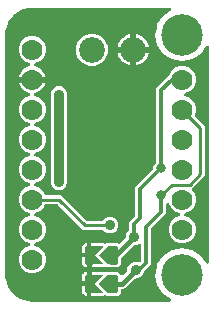
<source format=gbr>
G04 EAGLE Gerber RS-274X export*
G75*
%MOMM*%
%FSLAX34Y34*%
%LPD*%
%INBottom Copper*%
%IPPOS*%
%AMOC8*
5,1,8,0,0,1.08239X$1,22.5*%
G01*
%ADD10C,2.184400*%
%ADD11C,0.381000*%
%ADD12C,3.516000*%
%ADD13C,1.778000*%
%ADD14C,0.800100*%
%ADD15C,0.906400*%
%ADD16C,0.304800*%
%ADD17C,0.406400*%
%ADD18C,0.254000*%
%ADD19C,0.812800*%

G36*
X118782Y-10151D02*
X118782Y-10151D01*
X118858Y-10152D01*
X118955Y-10131D01*
X119054Y-10119D01*
X119125Y-10094D01*
X119198Y-10078D01*
X119288Y-10035D01*
X119382Y-10002D01*
X119445Y-9961D01*
X119513Y-9929D01*
X119591Y-9867D01*
X119675Y-9813D01*
X119727Y-9759D01*
X119786Y-9712D01*
X119848Y-9634D01*
X119917Y-9562D01*
X119955Y-9498D01*
X120002Y-9438D01*
X120045Y-9348D01*
X120096Y-9263D01*
X120119Y-9191D01*
X120151Y-9123D01*
X120171Y-9026D01*
X120202Y-8931D01*
X120208Y-8856D01*
X120224Y-8782D01*
X120222Y-8683D01*
X120230Y-8584D01*
X120219Y-8509D01*
X120217Y-8434D01*
X120193Y-8337D01*
X120178Y-8239D01*
X120150Y-8169D01*
X120132Y-8096D01*
X120086Y-8008D01*
X120049Y-7915D01*
X120006Y-7853D01*
X119972Y-7786D01*
X119907Y-7711D01*
X119850Y-7629D01*
X119795Y-7579D01*
X119745Y-7521D01*
X119626Y-7427D01*
X119592Y-7396D01*
X119576Y-7387D01*
X119554Y-7369D01*
X113509Y-3331D01*
X108595Y4024D01*
X106869Y12700D01*
X107111Y13917D01*
X107111Y13918D01*
X107414Y15441D01*
X107717Y16964D01*
X108020Y18487D01*
X108020Y18488D01*
X108323Y20010D01*
X108323Y20011D01*
X108595Y21376D01*
X113509Y28731D01*
X120864Y33645D01*
X129540Y35371D01*
X138216Y33645D01*
X145571Y28731D01*
X149609Y22686D01*
X149658Y22629D01*
X149699Y22565D01*
X149771Y22496D01*
X149835Y22421D01*
X149896Y22376D01*
X149950Y22323D01*
X150035Y22272D01*
X150115Y22213D01*
X150184Y22183D01*
X150249Y22144D01*
X150344Y22114D01*
X150435Y22075D01*
X150509Y22061D01*
X150581Y22038D01*
X150680Y22030D01*
X150778Y22013D01*
X150853Y22016D01*
X150928Y22010D01*
X151027Y22025D01*
X151126Y22030D01*
X151198Y22051D01*
X151273Y22062D01*
X151365Y22099D01*
X151461Y22126D01*
X151527Y22163D01*
X151597Y22191D01*
X151678Y22247D01*
X151765Y22296D01*
X151821Y22347D01*
X151883Y22390D01*
X151949Y22463D01*
X152023Y22530D01*
X152066Y22592D01*
X152116Y22648D01*
X152164Y22735D01*
X152221Y22817D01*
X152248Y22887D01*
X152285Y22953D01*
X152312Y23049D01*
X152348Y23142D01*
X152359Y23216D01*
X152380Y23289D01*
X152392Y23440D01*
X152399Y23486D01*
X152397Y23505D01*
X152399Y23533D01*
X152399Y205067D01*
X152391Y205142D01*
X152392Y205218D01*
X152371Y205315D01*
X152359Y205414D01*
X152334Y205485D01*
X152318Y205558D01*
X152275Y205648D01*
X152242Y205742D01*
X152201Y205805D01*
X152169Y205873D01*
X152107Y205951D01*
X152053Y206035D01*
X151999Y206087D01*
X151952Y206146D01*
X151874Y206208D01*
X151802Y206277D01*
X151738Y206315D01*
X151678Y206362D01*
X151588Y206405D01*
X151503Y206456D01*
X151431Y206479D01*
X151363Y206511D01*
X151266Y206532D01*
X151171Y206562D01*
X151096Y206568D01*
X151022Y206584D01*
X150923Y206582D01*
X150824Y206590D01*
X150749Y206579D01*
X150674Y206577D01*
X150577Y206553D01*
X150479Y206538D01*
X150409Y206510D01*
X150336Y206492D01*
X150248Y206446D01*
X150155Y206409D01*
X150093Y206366D01*
X150026Y206332D01*
X149951Y206267D01*
X149869Y206210D01*
X149819Y206155D01*
X149761Y206105D01*
X149667Y205986D01*
X149636Y205952D01*
X149627Y205936D01*
X149609Y205914D01*
X145571Y199869D01*
X138216Y194955D01*
X129540Y193229D01*
X120864Y194955D01*
X113509Y199869D01*
X108595Y207224D01*
X106869Y215900D01*
X106990Y216510D01*
X107293Y218033D01*
X107596Y219556D01*
X107596Y219557D01*
X107899Y221079D01*
X107899Y221080D01*
X108202Y222603D01*
X108505Y224126D01*
X108595Y224576D01*
X113509Y231931D01*
X119554Y235969D01*
X119611Y236018D01*
X119675Y236059D01*
X119744Y236131D01*
X119819Y236195D01*
X119864Y236256D01*
X119917Y236310D01*
X119968Y236395D01*
X120027Y236475D01*
X120057Y236544D01*
X120096Y236609D01*
X120126Y236704D01*
X120165Y236795D01*
X120179Y236869D01*
X120202Y236941D01*
X120210Y237040D01*
X120227Y237138D01*
X120224Y237213D01*
X120230Y237288D01*
X120215Y237387D01*
X120210Y237486D01*
X120189Y237558D01*
X120178Y237633D01*
X120141Y237725D01*
X120114Y237821D01*
X120077Y237887D01*
X120049Y237957D01*
X119993Y238038D01*
X119944Y238125D01*
X119893Y238181D01*
X119850Y238243D01*
X119777Y238309D01*
X119710Y238383D01*
X119648Y238426D01*
X119592Y238476D01*
X119505Y238524D01*
X119423Y238581D01*
X119353Y238608D01*
X119287Y238645D01*
X119191Y238672D01*
X119098Y238708D01*
X119024Y238719D01*
X118951Y238740D01*
X118800Y238752D01*
X118754Y238759D01*
X118735Y238757D01*
X118707Y238759D01*
X2540Y238759D01*
X2498Y238754D01*
X2420Y238755D01*
X-917Y238492D01*
X-973Y238481D01*
X-1030Y238479D01*
X-1241Y238429D01*
X-1259Y238425D01*
X-1263Y238423D01*
X-1268Y238422D01*
X-7617Y236359D01*
X-7723Y236311D01*
X-7833Y236270D01*
X-7897Y236231D01*
X-7934Y236214D01*
X-7969Y236187D01*
X-8042Y236143D01*
X-13442Y232219D01*
X-13528Y232140D01*
X-13620Y232068D01*
X-13669Y232011D01*
X-13699Y231983D01*
X-13724Y231947D01*
X-13779Y231882D01*
X-17703Y226482D01*
X-17760Y226380D01*
X-17825Y226283D01*
X-17854Y226214D01*
X-17874Y226178D01*
X-17887Y226135D01*
X-17919Y226057D01*
X-19982Y219708D01*
X-19993Y219652D01*
X-20013Y219599D01*
X-20047Y219385D01*
X-20051Y219367D01*
X-20051Y219363D01*
X-20052Y219357D01*
X-20315Y216020D01*
X-20313Y215977D01*
X-20319Y215900D01*
X-20319Y12700D01*
X-20315Y12665D01*
X-20318Y12637D01*
X-20315Y12617D01*
X-20315Y12580D01*
X-20052Y9243D01*
X-20041Y9187D01*
X-20039Y9130D01*
X-19989Y8919D01*
X-19985Y8901D01*
X-19983Y8897D01*
X-19982Y8892D01*
X-17919Y2543D01*
X-17871Y2437D01*
X-17830Y2327D01*
X-17791Y2263D01*
X-17774Y2226D01*
X-17747Y2191D01*
X-17703Y2118D01*
X-13779Y-3282D01*
X-13700Y-3368D01*
X-13628Y-3460D01*
X-13571Y-3509D01*
X-13543Y-3539D01*
X-13507Y-3564D01*
X-13442Y-3619D01*
X-8042Y-7543D01*
X-7940Y-7600D01*
X-7843Y-7665D01*
X-7774Y-7694D01*
X-7738Y-7714D01*
X-7695Y-7727D01*
X-7617Y-7759D01*
X-1268Y-9822D01*
X-1212Y-9833D01*
X-1159Y-9853D01*
X-945Y-9887D01*
X-927Y-9891D01*
X-923Y-9891D01*
X-917Y-9892D01*
X2420Y-10155D01*
X2463Y-10153D01*
X2540Y-10159D01*
X118707Y-10159D01*
X118782Y-10151D01*
G37*
%LPC*%
G36*
X62218Y-5081D02*
X62218Y-5081D01*
X62208Y-5082D01*
X62192Y-5081D01*
X52704Y-5081D01*
X52704Y-2539D01*
X62230Y-2539D01*
X62270Y-2528D01*
X62311Y-2526D01*
X62336Y-2509D01*
X62365Y-2500D01*
X62393Y-2469D01*
X62427Y-2446D01*
X62439Y-2418D01*
X62459Y-2395D01*
X62465Y-2354D01*
X62482Y-2316D01*
X62477Y-2286D01*
X62481Y-2255D01*
X62465Y-2217D01*
X62459Y-2177D01*
X62431Y-2137D01*
X62426Y-2126D01*
X62420Y-2122D01*
X62412Y-2110D01*
X55470Y5080D01*
X62412Y12270D01*
X62431Y12307D01*
X62459Y12337D01*
X62464Y12368D01*
X62478Y12395D01*
X62475Y12436D01*
X62481Y12477D01*
X62469Y12505D01*
X62467Y12535D01*
X62442Y12568D01*
X62426Y12606D01*
X62401Y12624D01*
X62383Y12648D01*
X62344Y12663D01*
X62310Y12686D01*
X62263Y12694D01*
X62251Y12698D01*
X62244Y12697D01*
X62230Y12699D01*
X52704Y12699D01*
X52704Y15241D01*
X62192Y15241D01*
X62202Y15242D01*
X62218Y15241D01*
X62574Y15247D01*
X62917Y15155D01*
X62928Y15154D01*
X62943Y15148D01*
X63287Y15063D01*
X63576Y14896D01*
X63577Y14895D01*
X63578Y14895D01*
X63739Y14825D01*
X63896Y14757D01*
X63897Y14757D01*
X63898Y14757D01*
X64077Y14725D01*
X64239Y14695D01*
X64240Y14695D01*
X64241Y14695D01*
X64415Y14704D01*
X64587Y14712D01*
X64588Y14713D01*
X64589Y14713D01*
X64756Y14761D01*
X64922Y14808D01*
X64923Y14809D01*
X64924Y14809D01*
X65068Y14890D01*
X65226Y14978D01*
X65227Y14979D01*
X65228Y14980D01*
X65415Y15138D01*
X65517Y15241D01*
X74867Y15241D01*
X77573Y12534D01*
X77594Y12518D01*
X77611Y12498D01*
X77730Y12410D01*
X77846Y12317D01*
X77870Y12306D01*
X77891Y12291D01*
X78027Y12232D01*
X78161Y12169D01*
X78187Y12163D01*
X78211Y12153D01*
X78357Y12126D01*
X78502Y12095D01*
X78528Y12096D01*
X78554Y12091D01*
X78702Y12099D01*
X78850Y12101D01*
X78876Y12108D01*
X78902Y12109D01*
X79045Y12150D01*
X79188Y12186D01*
X79212Y12198D01*
X79237Y12205D01*
X79367Y12278D01*
X79498Y12346D01*
X79518Y12363D01*
X79541Y12376D01*
X79727Y12534D01*
X82651Y15458D01*
X82730Y15557D01*
X82814Y15651D01*
X82838Y15693D01*
X82868Y15731D01*
X82922Y15845D01*
X82983Y15956D01*
X82996Y16002D01*
X83017Y16046D01*
X83043Y16169D01*
X83078Y16291D01*
X83083Y16352D01*
X83090Y16387D01*
X83089Y16435D01*
X83097Y16535D01*
X83097Y17917D01*
X84174Y20516D01*
X86164Y22506D01*
X88763Y23583D01*
X91577Y23583D01*
X91857Y23467D01*
X92374Y23252D01*
X92448Y23231D01*
X92518Y23201D01*
X92615Y23184D01*
X92709Y23157D01*
X92786Y23153D01*
X92861Y23140D01*
X92959Y23145D01*
X93057Y23140D01*
X93133Y23154D01*
X93209Y23157D01*
X93303Y23185D01*
X93400Y23202D01*
X93470Y23233D01*
X93544Y23254D01*
X93630Y23302D01*
X93720Y23341D01*
X93781Y23387D01*
X93848Y23424D01*
X93962Y23521D01*
X94000Y23549D01*
X94012Y23564D01*
X94034Y23583D01*
X94549Y24098D01*
X94628Y24197D01*
X94712Y24290D01*
X94736Y24333D01*
X94766Y24371D01*
X94820Y24485D01*
X94881Y24595D01*
X94894Y24642D01*
X94915Y24686D01*
X94941Y24809D01*
X94976Y24931D01*
X94981Y24991D01*
X94988Y25026D01*
X94987Y25075D01*
X94995Y25175D01*
X94995Y37040D01*
X94978Y37189D01*
X94966Y37339D01*
X94958Y37362D01*
X94955Y37386D01*
X94905Y37527D01*
X94859Y37670D01*
X94846Y37691D01*
X94838Y37714D01*
X94756Y37840D01*
X94679Y37969D01*
X94662Y37986D01*
X94649Y38007D01*
X94540Y38112D01*
X94436Y38219D01*
X94416Y38232D01*
X94398Y38249D01*
X94269Y38326D01*
X94143Y38407D01*
X94120Y38415D01*
X94099Y38428D01*
X93956Y38473D01*
X93814Y38524D01*
X93790Y38527D01*
X93767Y38534D01*
X93618Y38546D01*
X93468Y38563D01*
X93444Y38560D01*
X93420Y38562D01*
X93271Y38540D01*
X93122Y38522D01*
X93094Y38513D01*
X93075Y38510D01*
X93031Y38493D01*
X92889Y38447D01*
X90307Y37377D01*
X88925Y37377D01*
X88799Y37363D01*
X88673Y37356D01*
X88627Y37343D01*
X88579Y37337D01*
X88460Y37295D01*
X88338Y37260D01*
X88296Y37236D01*
X88251Y37220D01*
X88144Y37151D01*
X88034Y37090D01*
X87988Y37050D01*
X87958Y37031D01*
X87924Y36996D01*
X87848Y36931D01*
X77917Y27000D01*
X77838Y26901D01*
X77754Y26807D01*
X77730Y26765D01*
X77700Y26727D01*
X77646Y26613D01*
X77585Y26502D01*
X77572Y26456D01*
X77551Y26412D01*
X77525Y26289D01*
X77490Y26167D01*
X77485Y26106D01*
X77478Y26071D01*
X77479Y26023D01*
X77471Y25923D01*
X77471Y21653D01*
X74867Y19049D01*
X65517Y19049D01*
X65415Y19152D01*
X65414Y19153D01*
X65413Y19154D01*
X65271Y19266D01*
X65142Y19369D01*
X65141Y19369D01*
X65139Y19370D01*
X64978Y19446D01*
X64827Y19517D01*
X64825Y19518D01*
X64824Y19518D01*
X64655Y19554D01*
X64486Y19591D01*
X64484Y19591D01*
X64483Y19591D01*
X64315Y19588D01*
X64137Y19585D01*
X64136Y19585D01*
X64135Y19585D01*
X63969Y19543D01*
X63800Y19500D01*
X63798Y19499D01*
X63797Y19499D01*
X63576Y19394D01*
X63287Y19227D01*
X62943Y19142D01*
X62933Y19138D01*
X62917Y19135D01*
X62915Y19134D01*
X62914Y19134D01*
X62574Y19043D01*
X62218Y19049D01*
X62208Y19048D01*
X62192Y19049D01*
X52704Y19049D01*
X52704Y21591D01*
X62230Y21591D01*
X62270Y21602D01*
X62311Y21604D01*
X62336Y21621D01*
X62365Y21630D01*
X62393Y21661D01*
X62427Y21684D01*
X62439Y21713D01*
X62459Y21735D01*
X62465Y21776D01*
X62482Y21814D01*
X62477Y21844D01*
X62481Y21875D01*
X62465Y21913D01*
X62459Y21953D01*
X62431Y21993D01*
X62426Y22004D01*
X62420Y22008D01*
X62412Y22020D01*
X55470Y29210D01*
X62412Y36400D01*
X62431Y36437D01*
X62459Y36467D01*
X62464Y36498D01*
X62478Y36525D01*
X62475Y36566D01*
X62481Y36607D01*
X62469Y36635D01*
X62467Y36665D01*
X62442Y36698D01*
X62426Y36736D01*
X62401Y36754D01*
X62383Y36778D01*
X62344Y36793D01*
X62310Y36816D01*
X62263Y36824D01*
X62251Y36828D01*
X62244Y36827D01*
X62230Y36829D01*
X52704Y36829D01*
X52704Y39371D01*
X62192Y39371D01*
X62202Y39372D01*
X62218Y39371D01*
X62574Y39377D01*
X62917Y39285D01*
X62928Y39284D01*
X62943Y39278D01*
X63287Y39193D01*
X63576Y39026D01*
X63577Y39025D01*
X63578Y39025D01*
X63739Y38955D01*
X63896Y38887D01*
X63897Y38887D01*
X63898Y38887D01*
X64077Y38855D01*
X64239Y38825D01*
X64240Y38825D01*
X64241Y38825D01*
X64415Y38834D01*
X64587Y38842D01*
X64588Y38843D01*
X64589Y38843D01*
X64756Y38891D01*
X64922Y38938D01*
X64923Y38939D01*
X64924Y38939D01*
X65068Y39020D01*
X65226Y39108D01*
X65227Y39109D01*
X65228Y39110D01*
X65415Y39268D01*
X65517Y39371D01*
X74866Y39371D01*
X75033Y39204D01*
X75054Y39188D01*
X75071Y39168D01*
X75190Y39080D01*
X75306Y38987D01*
X75330Y38976D01*
X75351Y38961D01*
X75487Y38902D01*
X75621Y38839D01*
X75647Y38833D01*
X75671Y38823D01*
X75817Y38796D01*
X75962Y38765D01*
X75988Y38766D01*
X76014Y38761D01*
X76163Y38769D01*
X76310Y38771D01*
X76336Y38778D01*
X76362Y38779D01*
X76505Y38820D01*
X76648Y38856D01*
X76672Y38868D01*
X76697Y38875D01*
X76826Y38948D01*
X76958Y39016D01*
X76978Y39033D01*
X77001Y39046D01*
X77187Y39204D01*
X81381Y43398D01*
X81460Y43497D01*
X81544Y43591D01*
X81568Y43633D01*
X81598Y43671D01*
X81652Y43785D01*
X81713Y43896D01*
X81726Y43942D01*
X81747Y43986D01*
X81773Y44109D01*
X81808Y44231D01*
X81813Y44292D01*
X81820Y44327D01*
X81819Y44375D01*
X81827Y44475D01*
X81827Y45857D01*
X82904Y48456D01*
X84389Y49941D01*
X84468Y50040D01*
X84552Y50134D01*
X84576Y50177D01*
X84606Y50214D01*
X84660Y50329D01*
X84721Y50439D01*
X84734Y50486D01*
X84755Y50530D01*
X84781Y50653D01*
X84816Y50775D01*
X84821Y50836D01*
X84828Y50870D01*
X84827Y50918D01*
X84835Y51019D01*
X84835Y57564D01*
X89469Y62198D01*
X89548Y62297D01*
X89632Y62390D01*
X89656Y62433D01*
X89686Y62471D01*
X89740Y62585D01*
X89801Y62695D01*
X89814Y62742D01*
X89835Y62786D01*
X89861Y62909D01*
X89896Y63031D01*
X89901Y63092D01*
X89908Y63126D01*
X89907Y63174D01*
X89915Y63275D01*
X89915Y86774D01*
X104773Y101631D01*
X104851Y101730D01*
X104936Y101824D01*
X104959Y101866D01*
X104989Y101904D01*
X105043Y102018D01*
X105104Y102129D01*
X105118Y102175D01*
X105138Y102219D01*
X105165Y102343D01*
X105199Y102464D01*
X105204Y102525D01*
X105212Y102560D01*
X105211Y102608D01*
X105219Y102708D01*
X105219Y104171D01*
X106215Y106575D01*
X107249Y107610D01*
X107316Y107695D01*
X107349Y107728D01*
X107356Y107740D01*
X107412Y107803D01*
X107436Y107845D01*
X107466Y107883D01*
X107520Y107997D01*
X107581Y108108D01*
X107594Y108154D01*
X107615Y108198D01*
X107641Y108321D01*
X107676Y108443D01*
X107681Y108504D01*
X107688Y108539D01*
X107687Y108587D01*
X107695Y108687D01*
X107695Y170594D01*
X118555Y181454D01*
X118557Y181455D01*
X118558Y181457D01*
X118668Y181596D01*
X118772Y181727D01*
X118773Y181729D01*
X118774Y181730D01*
X118886Y181948D01*
X119850Y184275D01*
X123065Y187490D01*
X127266Y189231D01*
X131814Y189231D01*
X136015Y187490D01*
X139230Y184275D01*
X140971Y180074D01*
X140971Y175526D01*
X139230Y171325D01*
X136015Y168110D01*
X132147Y166507D01*
X132059Y166458D01*
X131967Y166418D01*
X131907Y166374D01*
X131842Y166338D01*
X131768Y166271D01*
X131687Y166211D01*
X131639Y166154D01*
X131584Y166104D01*
X131527Y166021D01*
X131462Y165945D01*
X131428Y165878D01*
X131386Y165817D01*
X131349Y165724D01*
X131303Y165634D01*
X131285Y165562D01*
X131258Y165493D01*
X131244Y165394D01*
X131219Y165296D01*
X131218Y165222D01*
X131207Y165148D01*
X131216Y165048D01*
X131214Y164948D01*
X131230Y164875D01*
X131236Y164801D01*
X131267Y164705D01*
X131289Y164607D01*
X131320Y164540D01*
X131343Y164469D01*
X131395Y164383D01*
X131438Y164292D01*
X131485Y164234D01*
X131523Y164171D01*
X131593Y164099D01*
X131656Y164020D01*
X131714Y163974D01*
X131766Y163921D01*
X131850Y163866D01*
X131929Y163804D01*
X132019Y163758D01*
X132059Y163732D01*
X132093Y163720D01*
X132147Y163693D01*
X136015Y162090D01*
X139230Y158875D01*
X140971Y154674D01*
X140971Y150126D01*
X140257Y148402D01*
X140236Y148329D01*
X140205Y148259D01*
X140188Y148162D01*
X140161Y148067D01*
X140157Y147991D01*
X140144Y147916D01*
X140149Y147817D01*
X140144Y147719D01*
X140158Y147644D01*
X140162Y147568D01*
X140189Y147473D01*
X140207Y147376D01*
X140237Y147306D01*
X140258Y147233D01*
X140306Y147147D01*
X140345Y147057D01*
X140391Y146995D01*
X140428Y146929D01*
X140525Y146815D01*
X140553Y146777D01*
X140568Y146765D01*
X140587Y146742D01*
X148591Y138738D01*
X148591Y96212D01*
X145912Y93533D01*
X138219Y85840D01*
X138203Y85820D01*
X138183Y85803D01*
X138095Y85683D01*
X138003Y85567D01*
X137992Y85544D01*
X137976Y85522D01*
X137917Y85386D01*
X137854Y85252D01*
X137848Y85226D01*
X137838Y85202D01*
X137812Y85056D01*
X137781Y84911D01*
X137781Y84885D01*
X137776Y84859D01*
X137784Y84711D01*
X137787Y84563D01*
X137793Y84538D01*
X137794Y84511D01*
X137835Y84369D01*
X137872Y84225D01*
X137884Y84202D01*
X137891Y84177D01*
X137963Y84047D01*
X138031Y83915D01*
X138048Y83895D01*
X138061Y83872D01*
X138219Y83686D01*
X139230Y82675D01*
X140971Y78474D01*
X140971Y73926D01*
X139230Y69725D01*
X136015Y66510D01*
X132147Y64907D01*
X132059Y64859D01*
X131967Y64819D01*
X131907Y64774D01*
X131842Y64738D01*
X131768Y64670D01*
X131687Y64611D01*
X131639Y64554D01*
X131584Y64504D01*
X131527Y64421D01*
X131462Y64345D01*
X131428Y64278D01*
X131386Y64217D01*
X131349Y64124D01*
X131303Y64034D01*
X131285Y63962D01*
X131258Y63893D01*
X131244Y63794D01*
X131219Y63696D01*
X131218Y63622D01*
X131207Y63548D01*
X131216Y63448D01*
X131214Y63348D01*
X131230Y63275D01*
X131236Y63201D01*
X131267Y63105D01*
X131289Y63007D01*
X131320Y62940D01*
X131343Y62869D01*
X131395Y62783D01*
X131438Y62692D01*
X131485Y62634D01*
X131523Y62571D01*
X131593Y62498D01*
X131656Y62420D01*
X131714Y62374D01*
X131766Y62321D01*
X131850Y62266D01*
X131929Y62204D01*
X132019Y62158D01*
X132059Y62132D01*
X132093Y62120D01*
X132147Y62093D01*
X136015Y60490D01*
X139230Y57275D01*
X140971Y53074D01*
X140971Y48526D01*
X139230Y44325D01*
X136015Y41110D01*
X131814Y39369D01*
X127266Y39369D01*
X123065Y41110D01*
X119850Y44325D01*
X118109Y48526D01*
X118109Y53074D01*
X119850Y57275D01*
X123065Y60490D01*
X126933Y62093D01*
X127021Y62142D01*
X127113Y62182D01*
X127173Y62226D01*
X127238Y62262D01*
X127312Y62329D01*
X127393Y62389D01*
X127441Y62446D01*
X127496Y62496D01*
X127553Y62579D01*
X127618Y62655D01*
X127652Y62722D01*
X127694Y62783D01*
X127731Y62876D01*
X127777Y62966D01*
X127795Y63038D01*
X127822Y63107D01*
X127836Y63206D01*
X127861Y63304D01*
X127862Y63378D01*
X127873Y63452D01*
X127864Y63552D01*
X127866Y63652D01*
X127850Y63725D01*
X127844Y63799D01*
X127813Y63895D01*
X127791Y63993D01*
X127760Y64060D01*
X127737Y64131D01*
X127685Y64217D01*
X127642Y64308D01*
X127595Y64366D01*
X127557Y64429D01*
X127487Y64501D01*
X127424Y64580D01*
X127366Y64626D01*
X127314Y64679D01*
X127230Y64734D01*
X127151Y64796D01*
X127061Y64842D01*
X127021Y64868D01*
X126987Y64880D01*
X126933Y64907D01*
X123065Y66510D01*
X119850Y69725D01*
X118755Y72367D01*
X118731Y72411D01*
X118714Y72458D01*
X118646Y72563D01*
X118586Y72671D01*
X118552Y72709D01*
X118525Y72751D01*
X118435Y72837D01*
X118352Y72929D01*
X118310Y72958D01*
X118274Y72993D01*
X118167Y73057D01*
X118065Y73128D01*
X118018Y73146D01*
X117975Y73172D01*
X117857Y73210D01*
X117741Y73255D01*
X117691Y73263D01*
X117643Y73278D01*
X117519Y73288D01*
X117396Y73306D01*
X117346Y73302D01*
X117296Y73306D01*
X117173Y73288D01*
X117049Y73277D01*
X117001Y73262D01*
X116951Y73254D01*
X116836Y73209D01*
X116717Y73170D01*
X116674Y73144D01*
X116627Y73126D01*
X116525Y73055D01*
X116419Y72991D01*
X116382Y72955D01*
X116341Y72927D01*
X116258Y72835D01*
X116169Y72748D01*
X116141Y72705D01*
X116108Y72668D01*
X116048Y72559D01*
X115980Y72454D01*
X115963Y72407D01*
X115939Y72363D01*
X115905Y72243D01*
X115864Y72126D01*
X115858Y72076D01*
X115844Y72028D01*
X115825Y71784D01*
X115825Y64356D01*
X103571Y52102D01*
X103492Y52003D01*
X103408Y51910D01*
X103384Y51867D01*
X103354Y51829D01*
X103300Y51715D01*
X103239Y51605D01*
X103226Y51558D01*
X103205Y51514D01*
X103179Y51391D01*
X103144Y51269D01*
X103139Y51208D01*
X103132Y51174D01*
X103133Y51126D01*
X103125Y51025D01*
X103125Y21176D01*
X97592Y15644D01*
X97591Y15642D01*
X97589Y15641D01*
X97482Y15504D01*
X97376Y15371D01*
X97375Y15369D01*
X97373Y15367D01*
X97262Y15150D01*
X96166Y12504D01*
X94176Y10514D01*
X91577Y9437D01*
X90195Y9437D01*
X90069Y9423D01*
X89943Y9416D01*
X89897Y9403D01*
X89849Y9397D01*
X89730Y9355D01*
X89608Y9320D01*
X89566Y9296D01*
X89521Y9280D01*
X89414Y9211D01*
X89304Y9150D01*
X89258Y9110D01*
X89228Y9091D01*
X89194Y9056D01*
X89118Y8991D01*
X81330Y1204D01*
X79650Y507D01*
X78994Y507D01*
X78968Y504D01*
X78942Y506D01*
X78795Y484D01*
X78648Y467D01*
X78623Y459D01*
X78597Y455D01*
X78459Y400D01*
X78320Y350D01*
X78298Y336D01*
X78273Y326D01*
X78152Y241D01*
X78027Y161D01*
X78009Y142D01*
X77987Y127D01*
X77888Y17D01*
X77785Y-90D01*
X77771Y-112D01*
X77754Y-132D01*
X77682Y-262D01*
X77606Y-389D01*
X77598Y-414D01*
X77585Y-437D01*
X77545Y-580D01*
X77500Y-721D01*
X77498Y-747D01*
X77490Y-772D01*
X77471Y-1016D01*
X77471Y-2477D01*
X74867Y-5081D01*
X65517Y-5081D01*
X65415Y-4978D01*
X65414Y-4977D01*
X65413Y-4976D01*
X65277Y-4869D01*
X65142Y-4761D01*
X65140Y-4761D01*
X65139Y-4760D01*
X64982Y-4686D01*
X64827Y-4613D01*
X64825Y-4612D01*
X64824Y-4612D01*
X64655Y-4575D01*
X64486Y-4539D01*
X64485Y-4539D01*
X64483Y-4539D01*
X64316Y-4542D01*
X64137Y-4545D01*
X64136Y-4545D01*
X64135Y-4545D01*
X63974Y-4586D01*
X63800Y-4630D01*
X63798Y-4631D01*
X63797Y-4631D01*
X63576Y-4736D01*
X63287Y-4903D01*
X62943Y-4988D01*
X62933Y-4992D01*
X62917Y-4995D01*
X62915Y-4996D01*
X62914Y-4996D01*
X62574Y-5087D01*
X62218Y-5081D01*
G37*
%LPD*%
%LPC*%
G36*
X266Y13969D02*
X266Y13969D01*
X-3935Y15710D01*
X-7150Y18925D01*
X-8891Y23126D01*
X-8891Y27674D01*
X-7150Y31875D01*
X-3935Y35090D01*
X-67Y36693D01*
X21Y36742D01*
X113Y36782D01*
X173Y36826D01*
X238Y36862D01*
X312Y36929D01*
X393Y36989D01*
X441Y37046D01*
X496Y37096D01*
X553Y37179D01*
X618Y37255D01*
X652Y37322D01*
X694Y37383D01*
X731Y37476D01*
X777Y37566D01*
X795Y37638D01*
X822Y37707D01*
X836Y37807D01*
X861Y37904D01*
X862Y37978D01*
X873Y38052D01*
X864Y38152D01*
X866Y38252D01*
X850Y38325D01*
X844Y38399D01*
X813Y38495D01*
X791Y38593D01*
X760Y38660D01*
X737Y38731D01*
X685Y38817D01*
X642Y38908D01*
X595Y38966D01*
X557Y39029D01*
X487Y39101D01*
X424Y39180D01*
X366Y39226D01*
X314Y39279D01*
X230Y39334D01*
X151Y39396D01*
X61Y39442D01*
X21Y39468D01*
X-13Y39480D01*
X-67Y39507D01*
X-3935Y41110D01*
X-7150Y44325D01*
X-8891Y48526D01*
X-8891Y53074D01*
X-7150Y57275D01*
X-3935Y60490D01*
X-67Y62093D01*
X21Y62142D01*
X113Y62182D01*
X173Y62226D01*
X238Y62262D01*
X312Y62329D01*
X393Y62389D01*
X441Y62446D01*
X496Y62496D01*
X553Y62579D01*
X618Y62655D01*
X652Y62722D01*
X694Y62783D01*
X731Y62876D01*
X777Y62966D01*
X795Y63038D01*
X822Y63107D01*
X836Y63207D01*
X861Y63304D01*
X862Y63378D01*
X873Y63452D01*
X864Y63552D01*
X866Y63652D01*
X850Y63725D01*
X844Y63799D01*
X813Y63895D01*
X791Y63993D01*
X760Y64060D01*
X737Y64131D01*
X685Y64217D01*
X642Y64308D01*
X595Y64366D01*
X557Y64429D01*
X487Y64501D01*
X424Y64580D01*
X366Y64626D01*
X314Y64679D01*
X230Y64734D01*
X151Y64796D01*
X61Y64842D01*
X21Y64868D01*
X-13Y64880D01*
X-67Y64907D01*
X-3935Y66510D01*
X-7150Y69725D01*
X-8891Y73926D01*
X-8891Y78474D01*
X-7150Y82675D01*
X-3935Y85890D01*
X-67Y87493D01*
X21Y87542D01*
X113Y87582D01*
X173Y87626D01*
X238Y87662D01*
X312Y87729D01*
X393Y87789D01*
X441Y87846D01*
X496Y87896D01*
X553Y87979D01*
X618Y88055D01*
X652Y88122D01*
X694Y88183D01*
X731Y88276D01*
X777Y88366D01*
X795Y88438D01*
X822Y88507D01*
X837Y88606D01*
X861Y88704D01*
X862Y88778D01*
X873Y88852D01*
X864Y88952D01*
X866Y89052D01*
X850Y89125D01*
X844Y89199D01*
X813Y89295D01*
X791Y89393D01*
X760Y89460D01*
X737Y89531D01*
X685Y89617D01*
X642Y89708D01*
X595Y89766D01*
X557Y89829D01*
X487Y89901D01*
X424Y89980D01*
X366Y90026D01*
X314Y90079D01*
X230Y90134D01*
X151Y90196D01*
X61Y90242D01*
X21Y90268D01*
X-13Y90280D01*
X-67Y90307D01*
X-3935Y91910D01*
X-7150Y95125D01*
X-8891Y99326D01*
X-8891Y103874D01*
X-7150Y108075D01*
X-3935Y111290D01*
X-67Y112893D01*
X21Y112942D01*
X113Y112982D01*
X173Y113026D01*
X238Y113062D01*
X312Y113129D01*
X393Y113189D01*
X441Y113246D01*
X496Y113296D01*
X553Y113379D01*
X618Y113455D01*
X652Y113522D01*
X694Y113583D01*
X731Y113676D01*
X777Y113766D01*
X795Y113838D01*
X822Y113907D01*
X837Y114006D01*
X861Y114104D01*
X862Y114178D01*
X873Y114252D01*
X864Y114352D01*
X866Y114452D01*
X850Y114525D01*
X844Y114599D01*
X813Y114695D01*
X791Y114793D01*
X760Y114860D01*
X737Y114931D01*
X685Y115017D01*
X642Y115108D01*
X595Y115166D01*
X557Y115229D01*
X487Y115301D01*
X424Y115380D01*
X366Y115426D01*
X314Y115479D01*
X230Y115534D01*
X151Y115596D01*
X61Y115642D01*
X21Y115668D01*
X-13Y115680D01*
X-67Y115707D01*
X-3935Y117310D01*
X-7150Y120525D01*
X-8891Y124726D01*
X-8891Y129274D01*
X-7150Y133475D01*
X-3935Y136690D01*
X-67Y138293D01*
X21Y138342D01*
X113Y138382D01*
X173Y138426D01*
X238Y138462D01*
X312Y138529D01*
X393Y138589D01*
X441Y138646D01*
X496Y138696D01*
X553Y138779D01*
X618Y138855D01*
X652Y138922D01*
X694Y138983D01*
X731Y139076D01*
X777Y139166D01*
X795Y139238D01*
X822Y139307D01*
X837Y139406D01*
X861Y139504D01*
X862Y139578D01*
X873Y139652D01*
X864Y139752D01*
X866Y139852D01*
X850Y139925D01*
X844Y139999D01*
X813Y140095D01*
X791Y140193D01*
X760Y140260D01*
X737Y140331D01*
X685Y140417D01*
X642Y140508D01*
X595Y140566D01*
X557Y140629D01*
X487Y140701D01*
X424Y140780D01*
X366Y140826D01*
X314Y140879D01*
X230Y140934D01*
X151Y140996D01*
X61Y141042D01*
X21Y141068D01*
X-13Y141080D01*
X-67Y141107D01*
X-3935Y142710D01*
X-7150Y145925D01*
X-8891Y150126D01*
X-8891Y154674D01*
X-7150Y158875D01*
X-3935Y162090D01*
X90Y163758D01*
X226Y163833D01*
X364Y163905D01*
X368Y163909D01*
X370Y163910D01*
X381Y163919D01*
X394Y163927D01*
X510Y164032D01*
X627Y164133D01*
X631Y164137D01*
X633Y164140D01*
X641Y164150D01*
X653Y164161D01*
X741Y164289D01*
X833Y164415D01*
X835Y164420D01*
X837Y164422D01*
X842Y164434D01*
X851Y164448D01*
X908Y164593D01*
X968Y164736D01*
X969Y164742D01*
X971Y164744D01*
X973Y164757D01*
X979Y164772D01*
X1001Y164926D01*
X1028Y165079D01*
X1027Y165085D01*
X1028Y165088D01*
X1027Y165101D01*
X1029Y165117D01*
X1017Y165272D01*
X1007Y165427D01*
X1006Y165433D01*
X1006Y165436D01*
X1002Y165448D01*
X1001Y165464D01*
X953Y165612D01*
X909Y165761D01*
X906Y165766D01*
X905Y165769D01*
X898Y165781D01*
X893Y165796D01*
X813Y165929D01*
X736Y166064D01*
X733Y166068D01*
X731Y166071D01*
X722Y166081D01*
X714Y166094D01*
X606Y166206D01*
X500Y166320D01*
X495Y166323D01*
X493Y166326D01*
X482Y166333D01*
X471Y166344D01*
X340Y166428D01*
X211Y166516D01*
X206Y166517D01*
X203Y166520D01*
X188Y166526D01*
X178Y166533D01*
X139Y166546D01*
X-23Y166614D01*
X-1848Y167207D01*
X-3451Y168024D01*
X-4907Y169081D01*
X-6179Y170353D01*
X-7236Y171809D01*
X-8053Y173412D01*
X-8609Y175123D01*
X-8637Y175301D01*
X1564Y175301D01*
X1590Y175304D01*
X1616Y175302D01*
X1763Y175324D01*
X1910Y175341D01*
X1935Y175349D01*
X1961Y175353D01*
X2098Y175408D01*
X2238Y175458D01*
X2260Y175472D01*
X2285Y175482D01*
X2406Y175567D01*
X2531Y175647D01*
X2543Y175660D01*
X2590Y175615D01*
X2613Y175601D01*
X2632Y175584D01*
X2762Y175512D01*
X2889Y175436D01*
X2914Y175428D01*
X2937Y175415D01*
X3080Y175375D01*
X3221Y175330D01*
X3247Y175327D01*
X3272Y175320D01*
X3516Y175301D01*
X13717Y175301D01*
X13689Y175123D01*
X13133Y173412D01*
X12316Y171809D01*
X11259Y170353D01*
X9987Y169081D01*
X8531Y168024D01*
X6928Y167207D01*
X5103Y166614D01*
X5099Y166612D01*
X5094Y166611D01*
X4954Y166546D01*
X4810Y166483D01*
X4798Y166474D01*
X4786Y166469D01*
X4783Y166466D01*
X4778Y166464D01*
X4656Y166369D01*
X4531Y166276D01*
X4521Y166264D01*
X4510Y166256D01*
X4508Y166253D01*
X4503Y166249D01*
X4406Y166129D01*
X4305Y166010D01*
X4298Y165996D01*
X4290Y165985D01*
X4288Y165982D01*
X4285Y165978D01*
X4217Y165837D01*
X4147Y165699D01*
X4143Y165684D01*
X4137Y165672D01*
X4136Y165669D01*
X4134Y165664D01*
X4100Y165511D01*
X4063Y165361D01*
X4062Y165345D01*
X4059Y165332D01*
X4059Y165329D01*
X4058Y165324D01*
X4060Y165168D01*
X4057Y165013D01*
X4061Y164997D01*
X4061Y164984D01*
X4062Y164981D01*
X4062Y164975D01*
X4099Y164824D01*
X4132Y164672D01*
X4139Y164658D01*
X4142Y164645D01*
X4143Y164642D01*
X4144Y164637D01*
X4215Y164498D01*
X4281Y164357D01*
X4292Y164345D01*
X4297Y164333D01*
X4299Y164331D01*
X4302Y164326D01*
X4402Y164206D01*
X4499Y164085D01*
X4511Y164075D01*
X4520Y164065D01*
X4522Y164063D01*
X4526Y164059D01*
X4650Y163966D01*
X4772Y163869D01*
X4789Y163861D01*
X4798Y163854D01*
X4801Y163853D01*
X4805Y163850D01*
X4844Y163832D01*
X4990Y163758D01*
X9015Y162090D01*
X12230Y158875D01*
X13971Y154674D01*
X13971Y150126D01*
X12230Y145925D01*
X9015Y142710D01*
X5147Y141107D01*
X5059Y141059D01*
X4967Y141019D01*
X4907Y140974D01*
X4842Y140938D01*
X4768Y140870D01*
X4687Y140811D01*
X4639Y140754D01*
X4584Y140704D01*
X4527Y140621D01*
X4462Y140545D01*
X4428Y140478D01*
X4386Y140417D01*
X4349Y140324D01*
X4303Y140234D01*
X4285Y140162D01*
X4258Y140093D01*
X4244Y139994D01*
X4219Y139896D01*
X4218Y139822D01*
X4207Y139748D01*
X4216Y139648D01*
X4214Y139548D01*
X4230Y139475D01*
X4236Y139401D01*
X4267Y139305D01*
X4289Y139207D01*
X4320Y139140D01*
X4343Y139069D01*
X4395Y138983D01*
X4438Y138892D01*
X4485Y138834D01*
X4523Y138771D01*
X4593Y138698D01*
X4656Y138620D01*
X4714Y138574D01*
X4766Y138521D01*
X4850Y138466D01*
X4929Y138404D01*
X5019Y138358D01*
X5059Y138332D01*
X5093Y138320D01*
X5147Y138293D01*
X9015Y136690D01*
X12230Y133475D01*
X13971Y129274D01*
X13971Y124726D01*
X12230Y120525D01*
X9015Y117310D01*
X5147Y115707D01*
X5059Y115659D01*
X4967Y115619D01*
X4907Y115574D01*
X4842Y115538D01*
X4768Y115470D01*
X4687Y115411D01*
X4639Y115354D01*
X4584Y115304D01*
X4527Y115221D01*
X4462Y115145D01*
X4428Y115078D01*
X4386Y115017D01*
X4349Y114924D01*
X4303Y114834D01*
X4285Y114762D01*
X4258Y114693D01*
X4244Y114594D01*
X4219Y114496D01*
X4218Y114422D01*
X4207Y114348D01*
X4216Y114248D01*
X4214Y114148D01*
X4230Y114075D01*
X4236Y114001D01*
X4267Y113905D01*
X4289Y113807D01*
X4320Y113740D01*
X4343Y113669D01*
X4395Y113583D01*
X4438Y113492D01*
X4485Y113434D01*
X4523Y113371D01*
X4593Y113298D01*
X4656Y113220D01*
X4714Y113174D01*
X4766Y113121D01*
X4850Y113066D01*
X4929Y113004D01*
X5019Y112958D01*
X5059Y112932D01*
X5093Y112920D01*
X5147Y112893D01*
X9015Y111290D01*
X12230Y108075D01*
X13971Y103874D01*
X13971Y99326D01*
X12230Y95125D01*
X9015Y91910D01*
X5147Y90307D01*
X5059Y90259D01*
X4967Y90219D01*
X4907Y90174D01*
X4842Y90138D01*
X4768Y90070D01*
X4687Y90011D01*
X4639Y89954D01*
X4584Y89904D01*
X4527Y89821D01*
X4462Y89745D01*
X4428Y89678D01*
X4386Y89617D01*
X4349Y89524D01*
X4303Y89434D01*
X4285Y89362D01*
X4258Y89293D01*
X4244Y89194D01*
X4219Y89096D01*
X4218Y89022D01*
X4207Y88948D01*
X4216Y88848D01*
X4214Y88748D01*
X4230Y88675D01*
X4236Y88601D01*
X4267Y88505D01*
X4289Y88407D01*
X4320Y88340D01*
X4343Y88269D01*
X4395Y88183D01*
X4438Y88092D01*
X4485Y88034D01*
X4523Y87971D01*
X4593Y87898D01*
X4656Y87820D01*
X4714Y87774D01*
X4766Y87721D01*
X4850Y87666D01*
X4929Y87604D01*
X5019Y87558D01*
X5059Y87532D01*
X5093Y87520D01*
X5147Y87493D01*
X9015Y85890D01*
X12230Y82675D01*
X12945Y80951D01*
X12982Y80884D01*
X13010Y80813D01*
X13066Y80733D01*
X13114Y80646D01*
X13165Y80590D01*
X13209Y80527D01*
X13282Y80461D01*
X13348Y80388D01*
X13411Y80345D01*
X13468Y80294D01*
X13554Y80246D01*
X13635Y80190D01*
X13706Y80162D01*
X13773Y80125D01*
X13867Y80098D01*
X13959Y80062D01*
X14034Y80051D01*
X14108Y80030D01*
X14257Y80018D01*
X14304Y80011D01*
X14323Y80013D01*
X14352Y80011D01*
X26978Y80011D01*
X48122Y58867D01*
X48221Y58788D01*
X48315Y58704D01*
X48358Y58680D01*
X48395Y58650D01*
X48510Y58596D01*
X48620Y58535D01*
X48667Y58522D01*
X48710Y58501D01*
X48834Y58475D01*
X48956Y58440D01*
X49016Y58435D01*
X49051Y58428D01*
X49099Y58429D01*
X49199Y58421D01*
X61757Y58421D01*
X61883Y58435D01*
X62009Y58442D01*
X62056Y58455D01*
X62104Y58461D01*
X62223Y58503D01*
X62344Y58538D01*
X62386Y58562D01*
X62432Y58578D01*
X62538Y58647D01*
X62648Y58708D01*
X62695Y58748D01*
X62725Y58767D01*
X62758Y58802D01*
X62835Y58867D01*
X64574Y60606D01*
X67173Y61683D01*
X69987Y61683D01*
X72586Y60606D01*
X74576Y58616D01*
X75653Y56017D01*
X75653Y53203D01*
X74576Y50604D01*
X72586Y48614D01*
X69987Y47537D01*
X67173Y47537D01*
X64574Y48614D01*
X62835Y50353D01*
X62736Y50432D01*
X62642Y50516D01*
X62599Y50540D01*
X62562Y50570D01*
X62447Y50624D01*
X62337Y50685D01*
X62290Y50698D01*
X62246Y50719D01*
X62123Y50745D01*
X62001Y50780D01*
X61940Y50785D01*
X61906Y50792D01*
X61858Y50791D01*
X61757Y50799D01*
X45412Y50799D01*
X24268Y71943D01*
X24169Y72022D01*
X24075Y72106D01*
X24032Y72130D01*
X23995Y72160D01*
X23880Y72214D01*
X23770Y72275D01*
X23723Y72288D01*
X23680Y72309D01*
X23556Y72335D01*
X23434Y72370D01*
X23374Y72375D01*
X23339Y72382D01*
X23291Y72381D01*
X23191Y72389D01*
X14352Y72389D01*
X14276Y72381D01*
X14200Y72382D01*
X14103Y72361D01*
X14006Y72349D01*
X13934Y72324D01*
X13859Y72307D01*
X13770Y72265D01*
X13678Y72232D01*
X13613Y72190D01*
X13544Y72158D01*
X13467Y72096D01*
X13385Y72043D01*
X13332Y71988D01*
X13272Y71940D01*
X13211Y71863D01*
X13143Y71792D01*
X13103Y71727D01*
X13056Y71667D01*
X12988Y71533D01*
X12964Y71493D01*
X12958Y71475D01*
X12945Y71449D01*
X12230Y69725D01*
X9015Y66510D01*
X5147Y64907D01*
X5059Y64859D01*
X4967Y64819D01*
X4907Y64774D01*
X4842Y64738D01*
X4768Y64671D01*
X4687Y64611D01*
X4639Y64554D01*
X4584Y64504D01*
X4527Y64421D01*
X4462Y64345D01*
X4428Y64278D01*
X4386Y64217D01*
X4349Y64124D01*
X4303Y64034D01*
X4286Y63962D01*
X4258Y63893D01*
X4244Y63794D01*
X4219Y63696D01*
X4218Y63622D01*
X4207Y63548D01*
X4216Y63448D01*
X4214Y63348D01*
X4230Y63275D01*
X4236Y63201D01*
X4267Y63105D01*
X4289Y63007D01*
X4321Y62940D01*
X4343Y62869D01*
X4395Y62783D01*
X4438Y62692D01*
X4485Y62634D01*
X4523Y62571D01*
X4593Y62498D01*
X4656Y62420D01*
X4714Y62374D01*
X4766Y62321D01*
X4850Y62266D01*
X4929Y62204D01*
X5019Y62158D01*
X5059Y62132D01*
X5093Y62120D01*
X5147Y62093D01*
X9015Y60490D01*
X12230Y57275D01*
X13971Y53074D01*
X13971Y48526D01*
X12230Y44325D01*
X9015Y41110D01*
X5147Y39507D01*
X5059Y39459D01*
X4967Y39419D01*
X4907Y39374D01*
X4842Y39338D01*
X4768Y39271D01*
X4687Y39211D01*
X4639Y39154D01*
X4584Y39104D01*
X4527Y39021D01*
X4462Y38945D01*
X4428Y38878D01*
X4386Y38817D01*
X4349Y38724D01*
X4303Y38634D01*
X4286Y38562D01*
X4258Y38493D01*
X4244Y38394D01*
X4219Y38296D01*
X4218Y38222D01*
X4207Y38148D01*
X4216Y38048D01*
X4214Y37948D01*
X4230Y37875D01*
X4236Y37801D01*
X4267Y37705D01*
X4289Y37607D01*
X4321Y37540D01*
X4343Y37469D01*
X4395Y37383D01*
X4438Y37292D01*
X4485Y37234D01*
X4523Y37171D01*
X4593Y37098D01*
X4656Y37020D01*
X4714Y36974D01*
X4766Y36921D01*
X4850Y36866D01*
X4929Y36804D01*
X5019Y36758D01*
X5059Y36732D01*
X5093Y36720D01*
X5147Y36693D01*
X9015Y35090D01*
X12230Y31875D01*
X13971Y27674D01*
X13971Y23126D01*
X12230Y18925D01*
X9015Y15710D01*
X4814Y13969D01*
X266Y13969D01*
G37*
%LPD*%
%LPC*%
G36*
X23993Y84367D02*
X23993Y84367D01*
X21394Y85444D01*
X19404Y87434D01*
X18327Y90033D01*
X18327Y92847D01*
X18679Y93697D01*
X18680Y93699D01*
X18681Y93701D01*
X18726Y93862D01*
X18775Y94032D01*
X18775Y94034D01*
X18776Y94036D01*
X18795Y94280D01*
X18795Y162260D01*
X18795Y162262D01*
X18795Y162264D01*
X18775Y162435D01*
X18755Y162607D01*
X18755Y162608D01*
X18754Y162610D01*
X18679Y162843D01*
X18327Y163693D01*
X18327Y166507D01*
X19404Y169106D01*
X21394Y171096D01*
X23993Y172173D01*
X26807Y172173D01*
X29406Y171096D01*
X31396Y169106D01*
X32473Y166507D01*
X32473Y163693D01*
X32121Y162843D01*
X32120Y162841D01*
X32119Y162839D01*
X32073Y162678D01*
X32025Y162508D01*
X32025Y162506D01*
X32024Y162504D01*
X32005Y162260D01*
X32005Y94280D01*
X32005Y94278D01*
X32005Y94276D01*
X32025Y94105D01*
X32045Y93933D01*
X32045Y93932D01*
X32046Y93930D01*
X32121Y93697D01*
X32473Y92847D01*
X32473Y90033D01*
X31396Y87434D01*
X29406Y85444D01*
X26807Y84367D01*
X23993Y84367D01*
G37*
%LPD*%
%LPC*%
G36*
X50442Y189737D02*
X50442Y189737D01*
X45494Y191787D01*
X41707Y195574D01*
X39657Y200522D01*
X39657Y205878D01*
X41707Y210826D01*
X45494Y214613D01*
X50442Y216663D01*
X55798Y216663D01*
X60746Y214613D01*
X64533Y210826D01*
X66583Y205878D01*
X66583Y200522D01*
X64533Y195574D01*
X60746Y191787D01*
X55798Y189737D01*
X50442Y189737D01*
G37*
%LPD*%
%LPC*%
G36*
X2490Y179985D02*
X2490Y179985D01*
X2467Y179999D01*
X2448Y180016D01*
X2318Y180088D01*
X2191Y180164D01*
X2166Y180172D01*
X2143Y180185D01*
X2000Y180225D01*
X1859Y180270D01*
X1833Y180272D01*
X1808Y180280D01*
X1564Y180299D01*
X-8637Y180299D01*
X-8609Y180477D01*
X-8053Y182188D01*
X-7236Y183791D01*
X-6179Y185247D01*
X-4907Y186519D01*
X-3451Y187576D01*
X-1848Y188393D01*
X-23Y188986D01*
X-19Y188988D01*
X-14Y188989D01*
X126Y189054D01*
X270Y189117D01*
X282Y189126D01*
X294Y189131D01*
X297Y189134D01*
X302Y189136D01*
X424Y189231D01*
X549Y189324D01*
X559Y189336D01*
X570Y189344D01*
X572Y189347D01*
X577Y189351D01*
X674Y189471D01*
X775Y189590D01*
X782Y189604D01*
X790Y189615D01*
X792Y189618D01*
X795Y189622D01*
X863Y189763D01*
X933Y189901D01*
X937Y189916D01*
X943Y189928D01*
X944Y189931D01*
X946Y189936D01*
X980Y190089D01*
X1018Y190239D01*
X1018Y190255D01*
X1021Y190268D01*
X1021Y190271D01*
X1022Y190276D01*
X1020Y190432D01*
X1023Y190587D01*
X1019Y190603D01*
X1019Y190616D01*
X1018Y190619D01*
X1018Y190625D01*
X981Y190776D01*
X948Y190928D01*
X941Y190942D01*
X938Y190955D01*
X937Y190958D01*
X936Y190963D01*
X865Y191102D01*
X799Y191243D01*
X789Y191255D01*
X783Y191267D01*
X781Y191269D01*
X778Y191274D01*
X678Y191394D01*
X581Y191515D01*
X569Y191525D01*
X560Y191535D01*
X558Y191537D01*
X554Y191541D01*
X430Y191634D01*
X308Y191731D01*
X291Y191739D01*
X283Y191746D01*
X279Y191747D01*
X275Y191750D01*
X236Y191768D01*
X90Y191842D01*
X-3935Y193510D01*
X-7150Y196725D01*
X-8891Y200926D01*
X-8891Y205474D01*
X-7150Y209675D01*
X-3935Y212890D01*
X266Y214631D01*
X4814Y214631D01*
X9015Y212890D01*
X12230Y209675D01*
X13971Y205474D01*
X13971Y200926D01*
X12230Y196725D01*
X9015Y193510D01*
X4990Y191842D01*
X4854Y191767D01*
X4716Y191695D01*
X4713Y191691D01*
X4710Y191690D01*
X4699Y191681D01*
X4686Y191673D01*
X4570Y191568D01*
X4453Y191467D01*
X4449Y191463D01*
X4447Y191460D01*
X4439Y191450D01*
X4427Y191439D01*
X4339Y191311D01*
X4247Y191185D01*
X4245Y191180D01*
X4243Y191178D01*
X4238Y191166D01*
X4229Y191152D01*
X4172Y191007D01*
X4112Y190864D01*
X4111Y190858D01*
X4109Y190856D01*
X4107Y190843D01*
X4101Y190828D01*
X4079Y190674D01*
X4052Y190521D01*
X4053Y190515D01*
X4052Y190512D01*
X4053Y190499D01*
X4051Y190483D01*
X4063Y190328D01*
X4073Y190173D01*
X4074Y190167D01*
X4074Y190164D01*
X4078Y190152D01*
X4079Y190136D01*
X4127Y189988D01*
X4171Y189839D01*
X4174Y189834D01*
X4175Y189831D01*
X4182Y189819D01*
X4187Y189804D01*
X4267Y189671D01*
X4344Y189536D01*
X4347Y189532D01*
X4349Y189529D01*
X4358Y189519D01*
X4366Y189506D01*
X4474Y189394D01*
X4580Y189280D01*
X4585Y189277D01*
X4587Y189274D01*
X4598Y189267D01*
X4609Y189256D01*
X4740Y189172D01*
X4869Y189084D01*
X4874Y189083D01*
X4877Y189080D01*
X4892Y189074D01*
X4902Y189067D01*
X4941Y189054D01*
X5103Y188986D01*
X6928Y188393D01*
X8531Y187576D01*
X9987Y186519D01*
X11259Y185247D01*
X12316Y183791D01*
X13133Y182188D01*
X13689Y180477D01*
X13717Y180299D01*
X3516Y180299D01*
X3490Y180296D01*
X3464Y180298D01*
X3317Y180276D01*
X3170Y180259D01*
X3145Y180251D01*
X3119Y180247D01*
X2982Y180192D01*
X2842Y180142D01*
X2820Y180128D01*
X2795Y180118D01*
X2674Y180033D01*
X2549Y179953D01*
X2537Y179940D01*
X2490Y179985D01*
G37*
%LPD*%
G36*
X72405Y21595D02*
X72405Y21595D01*
X72421Y21593D01*
X72472Y21614D01*
X72525Y21630D01*
X72536Y21642D01*
X72550Y21648D01*
X72582Y21694D01*
X72619Y21735D01*
X72621Y21751D01*
X72630Y21764D01*
X72643Y21844D01*
X72643Y36576D01*
X72639Y36591D01*
X72641Y36607D01*
X72620Y36658D01*
X72604Y36711D01*
X72592Y36722D01*
X72586Y36736D01*
X72540Y36768D01*
X72499Y36805D01*
X72483Y36807D01*
X72470Y36816D01*
X72390Y36829D01*
X66675Y36829D01*
X66619Y36813D01*
X66562Y36803D01*
X66548Y36792D01*
X66540Y36790D01*
X66531Y36780D01*
X66496Y36755D01*
X59130Y29389D01*
X59122Y29375D01*
X59110Y29366D01*
X59089Y29314D01*
X59062Y29266D01*
X59063Y29250D01*
X59057Y29235D01*
X59067Y29181D01*
X59070Y29125D01*
X59080Y29112D01*
X59082Y29097D01*
X59130Y29031D01*
X66496Y21665D01*
X66547Y21637D01*
X66595Y21604D01*
X66612Y21601D01*
X66619Y21597D01*
X66632Y21598D01*
X66675Y21591D01*
X72390Y21591D01*
X72405Y21595D01*
G37*
G36*
X72405Y-2535D02*
X72405Y-2535D01*
X72421Y-2537D01*
X72472Y-2516D01*
X72525Y-2500D01*
X72536Y-2488D01*
X72550Y-2482D01*
X72582Y-2436D01*
X72619Y-2395D01*
X72621Y-2379D01*
X72630Y-2366D01*
X72643Y-2286D01*
X72643Y12446D01*
X72639Y12461D01*
X72641Y12477D01*
X72620Y12528D01*
X72604Y12581D01*
X72592Y12592D01*
X72586Y12606D01*
X72540Y12638D01*
X72499Y12675D01*
X72483Y12677D01*
X72470Y12686D01*
X72390Y12699D01*
X66675Y12699D01*
X66619Y12683D01*
X66562Y12673D01*
X66548Y12662D01*
X66540Y12660D01*
X66531Y12650D01*
X66496Y12625D01*
X59130Y5259D01*
X59122Y5245D01*
X59110Y5236D01*
X59089Y5184D01*
X59062Y5136D01*
X59063Y5120D01*
X59057Y5105D01*
X59067Y5051D01*
X59070Y4995D01*
X59080Y4982D01*
X59082Y4967D01*
X59130Y4901D01*
X66496Y-2465D01*
X66547Y-2493D01*
X66595Y-2526D01*
X66612Y-2529D01*
X66619Y-2533D01*
X66632Y-2532D01*
X66675Y-2539D01*
X72390Y-2539D01*
X72405Y-2535D01*
G37*
%LPC*%
G36*
X90619Y205699D02*
X90619Y205699D01*
X90619Y216435D01*
X91273Y216331D01*
X93288Y215676D01*
X95176Y214714D01*
X96890Y213469D01*
X98389Y211970D01*
X99634Y210256D01*
X100596Y208368D01*
X101251Y206353D01*
X101355Y205699D01*
X90619Y205699D01*
G37*
%LPD*%
%LPC*%
G36*
X74885Y205699D02*
X74885Y205699D01*
X74989Y206353D01*
X75644Y208368D01*
X76606Y210256D01*
X77851Y211970D01*
X79350Y213469D01*
X81064Y214714D01*
X82952Y215676D01*
X84967Y216331D01*
X85621Y216435D01*
X85621Y205699D01*
X74885Y205699D01*
G37*
%LPD*%
%LPC*%
G36*
X90619Y200701D02*
X90619Y200701D01*
X101355Y200701D01*
X101251Y200047D01*
X100596Y198032D01*
X99634Y196144D01*
X98389Y194430D01*
X96890Y192931D01*
X95176Y191686D01*
X93288Y190724D01*
X91273Y190069D01*
X90619Y189965D01*
X90619Y200701D01*
G37*
%LPD*%
%LPC*%
G36*
X84967Y190069D02*
X84967Y190069D01*
X82952Y190724D01*
X81064Y191686D01*
X79350Y192931D01*
X77851Y194430D01*
X76606Y196144D01*
X75644Y198032D01*
X74989Y200047D01*
X74885Y200701D01*
X85621Y200701D01*
X85621Y189965D01*
X84967Y190069D01*
G37*
%LPD*%
%LPC*%
G36*
X44449Y6984D02*
X44449Y6984D01*
X44449Y11233D01*
X44620Y12092D01*
X44955Y12901D01*
X45442Y13629D01*
X46061Y14248D01*
X46789Y14735D01*
X47598Y15070D01*
X48457Y15241D01*
X48896Y15241D01*
X48896Y6984D01*
X44449Y6984D01*
G37*
%LPD*%
%LPC*%
G36*
X44449Y31114D02*
X44449Y31114D01*
X44449Y35363D01*
X44620Y36222D01*
X44955Y37031D01*
X45442Y37759D01*
X46061Y38378D01*
X46789Y38865D01*
X47598Y39200D01*
X48457Y39371D01*
X48896Y39371D01*
X48896Y31114D01*
X44449Y31114D01*
G37*
%LPD*%
%LPC*%
G36*
X48457Y19049D02*
X48457Y19049D01*
X47598Y19220D01*
X46789Y19555D01*
X46061Y20042D01*
X45442Y20661D01*
X44955Y21389D01*
X44620Y22198D01*
X44449Y23057D01*
X44449Y27306D01*
X48896Y27306D01*
X48896Y19049D01*
X48457Y19049D01*
G37*
%LPD*%
%LPC*%
G36*
X48457Y-5081D02*
X48457Y-5081D01*
X47598Y-4910D01*
X46789Y-4575D01*
X46061Y-4088D01*
X45442Y-3469D01*
X44955Y-2741D01*
X44620Y-1932D01*
X44449Y-1073D01*
X44449Y3176D01*
X48896Y3176D01*
X48896Y-5081D01*
X48457Y-5081D01*
G37*
%LPD*%
D10*
X53120Y203200D03*
X88120Y203200D03*
D11*
X73025Y10795D02*
X69215Y10795D01*
X73025Y10795D02*
X73025Y-635D01*
X69215Y-635D01*
X69215Y10795D01*
X69215Y2984D02*
X73025Y2984D01*
X73025Y6603D02*
X69215Y6603D01*
X69215Y10222D02*
X73025Y10222D01*
X52705Y10795D02*
X48895Y10795D01*
X52705Y10795D02*
X52705Y-635D01*
X48895Y-635D01*
X48895Y10795D01*
X48895Y2984D02*
X52705Y2984D01*
X52705Y6603D02*
X48895Y6603D01*
X48895Y10222D02*
X52705Y10222D01*
X69215Y34925D02*
X73025Y34925D01*
X73025Y23495D01*
X69215Y23495D01*
X69215Y34925D01*
X69215Y27114D02*
X73025Y27114D01*
X73025Y30733D02*
X69215Y30733D01*
X69215Y34352D02*
X73025Y34352D01*
X52705Y34925D02*
X48895Y34925D01*
X52705Y34925D02*
X52705Y23495D01*
X48895Y23495D01*
X48895Y34925D01*
X48895Y27114D02*
X52705Y27114D01*
X52705Y30733D02*
X48895Y30733D01*
X48895Y34352D02*
X52705Y34352D01*
D12*
X129540Y215900D03*
X129540Y12700D03*
D13*
X129540Y76200D03*
X129540Y50800D03*
X129540Y127000D03*
X129540Y101600D03*
X129540Y152400D03*
X129540Y177800D03*
X2540Y203200D03*
X2540Y177800D03*
X2540Y152400D03*
X2540Y127000D03*
X2540Y101600D03*
X2540Y76200D03*
X2540Y50800D03*
X2540Y25400D03*
D14*
X111760Y102870D03*
D15*
X88900Y44450D03*
D16*
X111760Y102870D02*
X111760Y168910D01*
X120650Y177800D01*
X129540Y177800D01*
X111760Y102870D02*
X93980Y85090D01*
X93980Y60960D01*
X88900Y55880D01*
X88900Y44450D01*
D17*
X73660Y29210D02*
X71120Y29210D01*
X73660Y29210D02*
X88900Y44450D01*
D15*
X71755Y128905D03*
D17*
X73660Y130810D01*
D15*
X58420Y109220D03*
X78740Y73660D03*
X58420Y73660D03*
X78740Y109220D03*
D17*
X50800Y29210D02*
X50800Y5080D01*
D15*
X34290Y16510D03*
D14*
X111760Y80010D03*
D15*
X90170Y16510D03*
D18*
X120650Y88900D02*
X135890Y88900D01*
X144780Y97790D01*
X144780Y137160D01*
X129540Y152400D01*
D16*
X111760Y66040D02*
X99060Y53340D01*
X111760Y66040D02*
X111760Y80010D01*
X99060Y53340D02*
X99060Y22860D01*
X92710Y16510D01*
D18*
X90170Y16510D01*
X111760Y80010D02*
X120650Y88900D01*
D17*
X78740Y5080D02*
X71120Y5080D01*
X78740Y5080D02*
X90170Y16510D01*
D15*
X25400Y91440D03*
D19*
X25400Y165100D01*
D15*
X25400Y165100D03*
D18*
X46990Y54610D02*
X68580Y54610D01*
D15*
X68580Y54610D03*
D18*
X46990Y54610D02*
X25400Y76200D01*
X2540Y76200D01*
M02*

</source>
